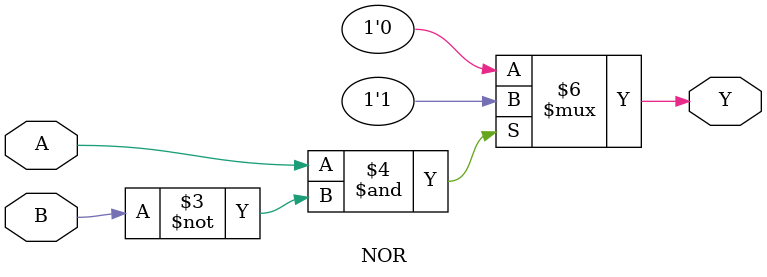
<source format=v>
module NOR(output reg Y, input A, B);
always @ (A or B) begin
    if (A == 1'b1 & B == 1'b0) begin
        Y = 1'b1;
    end
    else begin 
        Y = 1'b0; 
    end
end
endmodule
</source>
